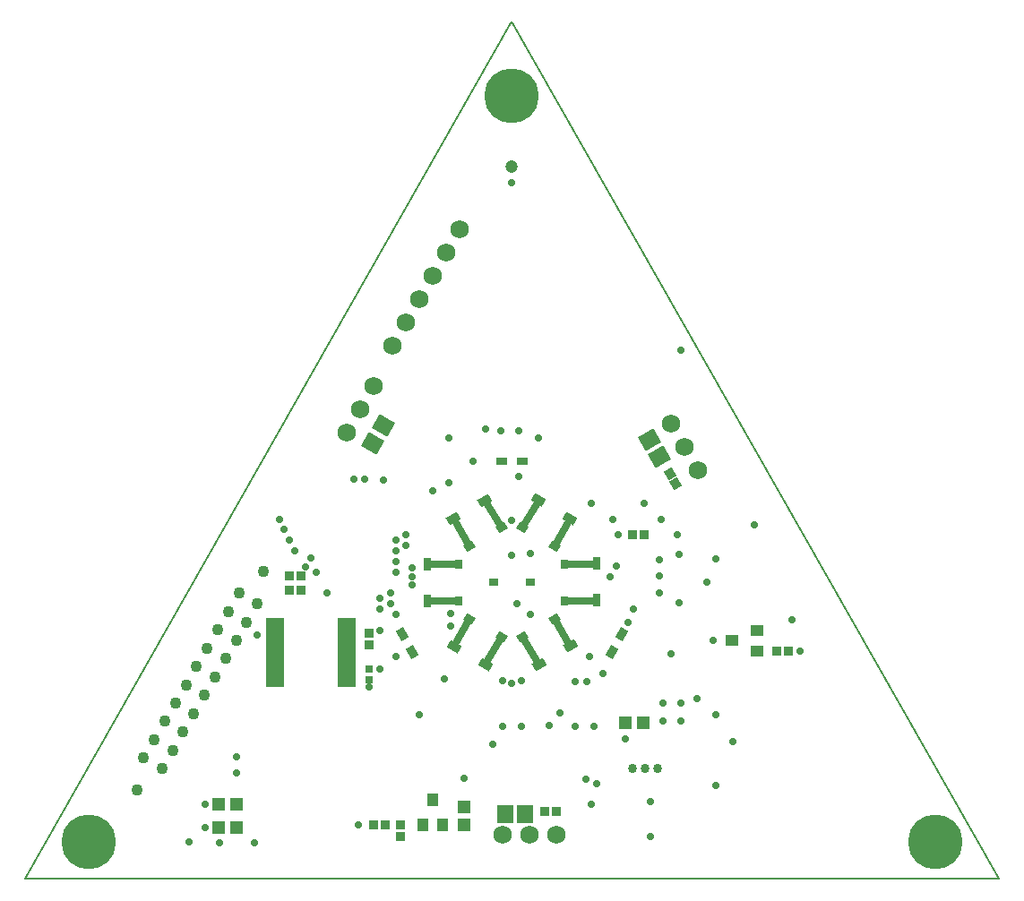
<source format=gbs>
%FSLAX25Y25*%
%MOIN*%
G70*
G01*
G75*
G04 Layer_Color=16711935*
%ADD10C,0.00700*%
%ADD11R,0.06299X0.02992*%
%ADD12R,0.07087X0.05512*%
%ADD13R,0.13386X0.07087*%
%ADD14R,0.01181X0.03347*%
%ADD15R,0.03937X0.03937*%
%ADD16R,0.02992X0.09449*%
%ADD17R,0.03937X0.04331*%
%ADD18R,0.05906X0.05118*%
%ADD19R,0.02362X0.01969*%
%ADD20O,0.07087X0.01181*%
%ADD21O,0.01181X0.07087*%
%ADD22R,0.04331X0.03937*%
G04:AMPARAMS|DCode=23|XSize=39.37mil|YSize=43.31mil|CornerRadius=0mil|HoleSize=0mil|Usage=FLASHONLY|Rotation=150.000|XOffset=0mil|YOffset=0mil|HoleType=Round|Shape=Rectangle|*
%AMROTATEDRECTD23*
4,1,4,0.02788,0.00891,0.00622,-0.02860,-0.02788,-0.00891,-0.00622,0.02860,0.02788,0.00891,0.0*
%
%ADD23ROTATEDRECTD23*%

%ADD24R,0.05118X0.05906*%
%ADD25R,0.02362X0.03543*%
%ADD26R,0.02559X0.02953*%
%ADD27R,0.02953X0.02559*%
%ADD28R,0.03937X0.03347*%
%ADD29R,0.03937X0.03347*%
%ADD30R,0.03347X0.03937*%
%ADD31R,0.03347X0.03937*%
%ADD32C,0.01000*%
%ADD33C,0.02000*%
%ADD34C,0.00600*%
%ADD35C,0.20000*%
%ADD36C,0.03937*%
%ADD37C,0.06000*%
%ADD38C,0.02598*%
%ADD39C,0.02000*%
%ADD40C,0.04000*%
%ADD41C,0.16500*%
%ADD42C,0.07201*%
%ADD43C,0.07150*%
%ADD44C,0.08000*%
G04:AMPARAMS|DCode=45|XSize=100mil|YSize=100mil|CornerRadius=0mil|HoleSize=0mil|Usage=FLASHONLY|Rotation=0.000|XOffset=0mil|YOffset=0mil|HoleType=Round|Shape=Relief|Width=10mil|Gap=10mil|Entries=4|*
%AMTHD45*
7,0,0,0.10000,0.08000,0.01000,45*
%
%ADD45THD45*%
%ADD46C,0.05299*%
%ADD47C,0.05000*%
G04:AMPARAMS|DCode=48|XSize=70mil|YSize=70mil|CornerRadius=0mil|HoleSize=0mil|Usage=FLASHONLY|Rotation=0.000|XOffset=0mil|YOffset=0mil|HoleType=Round|Shape=Relief|Width=10mil|Gap=10mil|Entries=4|*
%AMTHD48*
7,0,0,0.07000,0.05000,0.01000,45*
%
%ADD48THD48*%
G04:AMPARAMS|DCode=49|XSize=20.08mil|YSize=29.53mil|CornerRadius=0mil|HoleSize=0mil|Usage=FLASHONLY|Rotation=240.000|XOffset=0mil|YOffset=0mil|HoleType=Round|Shape=Rectangle|*
%AMROTATEDRECTD49*
4,1,4,-0.00777,0.01608,0.01781,0.00131,0.00777,-0.01608,-0.01781,-0.00131,-0.00777,0.01608,0.0*
%
%ADD49ROTATEDRECTD49*%

%ADD50R,0.06102X0.01772*%
G04:AMPARAMS|DCode=51|XSize=23.62mil|YSize=35.43mil|CornerRadius=0mil|HoleSize=0mil|Usage=FLASHONLY|Rotation=330.000|XOffset=0mil|YOffset=0mil|HoleType=Round|Shape=Rectangle|*
%AMROTATEDRECTD51*
4,1,4,-0.01909,-0.00944,-0.00137,0.02125,0.01909,0.00944,0.00137,-0.02125,-0.01909,-0.00944,0.0*
%
%ADD51ROTATEDRECTD51*%

G04:AMPARAMS|DCode=52|XSize=59.06mil|YSize=51.18mil|CornerRadius=0mil|HoleSize=0mil|Usage=FLASHONLY|Rotation=30.000|XOffset=0mil|YOffset=0mil|HoleType=Round|Shape=Rectangle|*
%AMROTATEDRECTD52*
4,1,4,-0.01278,-0.03693,-0.03837,0.00740,0.01278,0.03693,0.03837,-0.00740,-0.01278,-0.03693,0.0*
%
%ADD52ROTATEDRECTD52*%

G04:AMPARAMS|DCode=53|XSize=59.06mil|YSize=51.18mil|CornerRadius=0mil|HoleSize=0mil|Usage=FLASHONLY|Rotation=150.000|XOffset=0mil|YOffset=0mil|HoleType=Round|Shape=Rectangle|*
%AMROTATEDRECTD53*
4,1,4,0.03837,0.00740,0.01278,-0.03693,-0.03837,-0.00740,-0.01278,0.03693,0.03837,0.00740,0.0*
%
%ADD53ROTATEDRECTD53*%

%ADD54R,0.02953X0.02008*%
%ADD55R,0.03543X0.02362*%
G04:AMPARAMS|DCode=56|XSize=23.62mil|YSize=35.43mil|CornerRadius=0mil|HoleSize=0mil|Usage=FLASHONLY|Rotation=210.000|XOffset=0mil|YOffset=0mil|HoleType=Round|Shape=Rectangle|*
%AMROTATEDRECTD56*
4,1,4,0.00137,0.02125,0.01909,-0.00944,-0.00137,-0.02125,-0.01909,0.00944,0.00137,0.02125,0.0*
%
%ADD56ROTATEDRECTD56*%

%ADD57R,0.02008X0.02953*%
G04:AMPARAMS|DCode=58|XSize=20.08mil|YSize=29.53mil|CornerRadius=0mil|HoleSize=0mil|Usage=FLASHONLY|Rotation=300.000|XOffset=0mil|YOffset=0mil|HoleType=Round|Shape=Rectangle|*
%AMROTATEDRECTD58*
4,1,4,-0.01781,0.00131,0.00777,0.01608,0.01781,-0.00131,-0.00777,-0.01608,-0.01781,0.00131,0.0*
%
%ADD58ROTATEDRECTD58*%

G04:AMPARAMS|DCode=59|XSize=25.59mil|YSize=29.53mil|CornerRadius=0mil|HoleSize=0mil|Usage=FLASHONLY|Rotation=30.000|XOffset=0mil|YOffset=0mil|HoleType=Round|Shape=Rectangle|*
%AMROTATEDRECTD59*
4,1,4,-0.00370,-0.01918,-0.01846,0.00639,0.00370,0.01918,0.01846,-0.00639,-0.00370,-0.01918,0.0*
%
%ADD59ROTATEDRECTD59*%

G04:AMPARAMS|DCode=60|XSize=23.62mil|YSize=39.37mil|CornerRadius=0mil|HoleSize=0mil|Usage=FLASHONLY|Rotation=240.000|XOffset=0mil|YOffset=0mil|HoleType=Round|Shape=Rectangle|*
%AMROTATEDRECTD60*
4,1,4,-0.01114,0.02007,0.02295,0.00039,0.01114,-0.02007,-0.02295,-0.00039,-0.01114,0.02007,0.0*
%
%ADD60ROTATEDRECTD60*%

G04:AMPARAMS|DCode=61|XSize=23.62mil|YSize=39.37mil|CornerRadius=0mil|HoleSize=0mil|Usage=FLASHONLY|Rotation=300.000|XOffset=0mil|YOffset=0mil|HoleType=Round|Shape=Rectangle|*
%AMROTATEDRECTD61*
4,1,4,-0.02295,0.00039,0.01114,0.02007,0.02295,-0.00039,-0.01114,-0.02007,-0.02295,0.00039,0.0*
%
%ADD61ROTATEDRECTD61*%

%ADD62R,0.02362X0.03937*%
%ADD63R,0.02362X0.03740*%
%ADD64C,0.02362*%
%ADD65C,0.00984*%
%ADD66C,0.00787*%
%ADD67R,0.07099X0.03792*%
%ADD68R,0.07887X0.06312*%
%ADD69R,0.14186X0.07887*%
%ADD70R,0.01981X0.04147*%
%ADD71R,0.04737X0.04737*%
%ADD72R,0.03386X0.09843*%
%ADD73R,0.04737X0.05131*%
%ADD74R,0.06706X0.05918*%
%ADD75R,0.03162X0.02769*%
%ADD76O,0.07887X0.01981*%
%ADD77O,0.01981X0.07887*%
%ADD78R,0.05131X0.04737*%
G04:AMPARAMS|DCode=79|XSize=47.37mil|YSize=51.31mil|CornerRadius=0mil|HoleSize=0mil|Usage=FLASHONLY|Rotation=150.000|XOffset=0mil|YOffset=0mil|HoleType=Round|Shape=Rectangle|*
%AMROTATEDRECTD79*
4,1,4,0.03334,0.01037,0.00769,-0.03406,-0.03334,-0.01037,-0.00769,0.03406,0.03334,0.01037,0.0*
%
%ADD79ROTATEDRECTD79*%

%ADD80R,0.05918X0.06706*%
%ADD81R,0.03162X0.04343*%
%ADD82R,0.03359X0.03753*%
%ADD83R,0.03753X0.03359*%
%ADD84R,0.04737X0.04147*%
%ADD85R,0.04737X0.04147*%
%ADD86R,0.04147X0.04737*%
%ADD87R,0.04147X0.04737*%
%ADD88C,0.20300*%
%ADD89C,0.04331*%
%ADD90C,0.06800*%
%ADD91C,0.02800*%
G04:AMPARAMS|DCode=92|XSize=28.08mil|YSize=37.53mil|CornerRadius=0mil|HoleSize=0mil|Usage=FLASHONLY|Rotation=240.000|XOffset=0mil|YOffset=0mil|HoleType=Round|Shape=Rectangle|*
%AMROTATEDRECTD92*
4,1,4,-0.00923,0.02154,0.02327,0.00278,0.00923,-0.02154,-0.02327,-0.00278,-0.00923,0.02154,0.0*
%
%ADD92ROTATEDRECTD92*%

%ADD93C,0.04737*%
%ADD94R,0.06902X0.02572*%
G04:AMPARAMS|DCode=95|XSize=31.62mil|YSize=43.43mil|CornerRadius=0mil|HoleSize=0mil|Usage=FLASHONLY|Rotation=330.000|XOffset=0mil|YOffset=0mil|HoleType=Round|Shape=Rectangle|*
%AMROTATEDRECTD95*
4,1,4,-0.02455,-0.01090,-0.00283,0.02671,0.02455,0.01090,0.00283,-0.02671,-0.02455,-0.01090,0.0*
%
%ADD95ROTATEDRECTD95*%

G04:AMPARAMS|DCode=96|XSize=67.06mil|YSize=59.18mil|CornerRadius=0mil|HoleSize=0mil|Usage=FLASHONLY|Rotation=30.000|XOffset=0mil|YOffset=0mil|HoleType=Round|Shape=Rectangle|*
%AMROTATEDRECTD96*
4,1,4,-0.01424,-0.04239,-0.04383,0.00886,0.01424,0.04239,0.04383,-0.00886,-0.01424,-0.04239,0.0*
%
%ADD96ROTATEDRECTD96*%

G04:AMPARAMS|DCode=97|XSize=67.06mil|YSize=59.18mil|CornerRadius=0mil|HoleSize=0mil|Usage=FLASHONLY|Rotation=150.000|XOffset=0mil|YOffset=0mil|HoleType=Round|Shape=Rectangle|*
%AMROTATEDRECTD97*
4,1,4,0.04383,0.00886,0.01424,-0.04239,-0.04383,-0.00886,-0.01424,0.04239,0.04383,0.00886,0.0*
%
%ADD97ROTATEDRECTD97*%

%ADD98R,0.03753X0.02808*%
%ADD99R,0.04343X0.03162*%
G04:AMPARAMS|DCode=100|XSize=31.62mil|YSize=43.43mil|CornerRadius=0mil|HoleSize=0mil|Usage=FLASHONLY|Rotation=210.000|XOffset=0mil|YOffset=0mil|HoleType=Round|Shape=Rectangle|*
%AMROTATEDRECTD100*
4,1,4,0.00283,0.02671,0.02455,-0.01090,-0.00283,-0.02671,-0.02455,0.01090,0.00283,0.02671,0.0*
%
%ADD100ROTATEDRECTD100*%

%ADD101R,0.02808X0.03753*%
G04:AMPARAMS|DCode=102|XSize=28.08mil|YSize=37.53mil|CornerRadius=0mil|HoleSize=0mil|Usage=FLASHONLY|Rotation=300.000|XOffset=0mil|YOffset=0mil|HoleType=Round|Shape=Rectangle|*
%AMROTATEDRECTD102*
4,1,4,-0.02327,0.00278,0.00923,0.02154,0.02327,-0.00278,-0.00923,-0.02154,-0.02327,0.00278,0.0*
%
%ADD102ROTATEDRECTD102*%

G04:AMPARAMS|DCode=103|XSize=33.59mil|YSize=37.53mil|CornerRadius=0mil|HoleSize=0mil|Usage=FLASHONLY|Rotation=30.000|XOffset=0mil|YOffset=0mil|HoleType=Round|Shape=Rectangle|*
%AMROTATEDRECTD103*
4,1,4,-0.00516,-0.02465,-0.02393,0.00785,0.00516,0.02465,0.02393,-0.00785,-0.00516,-0.02465,0.0*
%
%ADD103ROTATEDRECTD103*%

%ADD104C,0.02800*%
G04:AMPARAMS|DCode=105|XSize=31.62mil|YSize=47.37mil|CornerRadius=0mil|HoleSize=0mil|Usage=FLASHONLY|Rotation=240.000|XOffset=0mil|YOffset=0mil|HoleType=Round|Shape=Rectangle|*
%AMROTATEDRECTD105*
4,1,4,-0.01261,0.02554,0.02842,0.00185,0.01261,-0.02554,-0.02842,-0.00185,-0.01261,0.02554,0.0*
%
%ADD105ROTATEDRECTD105*%

G04:AMPARAMS|DCode=106|XSize=31.62mil|YSize=47.37mil|CornerRadius=0mil|HoleSize=0mil|Usage=FLASHONLY|Rotation=300.000|XOffset=0mil|YOffset=0mil|HoleType=Round|Shape=Rectangle|*
%AMROTATEDRECTD106*
4,1,4,-0.02842,0.00185,0.01261,0.02554,0.02842,-0.00185,-0.01261,-0.02554,-0.02842,0.00185,0.0*
%
%ADD106ROTATEDRECTD106*%

%ADD107R,0.03162X0.04737*%
%ADD108R,0.03162X0.04540*%
%ADD109C,0.03398*%
D34*
X0Y208661D02*
X181102Y-110236D01*
X-181102D02*
X0Y208661D01*
X-181102Y-110236D02*
X181102D01*
D73*
X-17717Y-83465D02*
D03*
Y-90158D02*
D03*
D75*
X-53150Y-36220D02*
D03*
Y-32283D02*
D03*
D78*
X42252Y-52063D02*
D03*
X48945Y-52063D02*
D03*
X-109055Y-91177D02*
D03*
X-102362Y-91177D02*
D03*
X-109055Y-82677D02*
D03*
X-102362Y-82677D02*
D03*
D80*
X4878Y-86126D02*
D03*
X-2602D02*
D03*
D82*
X-53150Y-18701D02*
D03*
X-53150Y-23031D02*
D03*
X-41339Y-94488D02*
D03*
X-41339Y-90158D02*
D03*
D83*
X12205Y-85039D02*
D03*
X16535D02*
D03*
X-51575Y-90158D02*
D03*
X-47244Y-90158D02*
D03*
X49213Y17717D02*
D03*
X44882Y17717D02*
D03*
X102756Y-25394D02*
D03*
X98425Y-25394D02*
D03*
X-78543Y-2756D02*
D03*
X-82874Y-2756D02*
D03*
X-78543Y2362D02*
D03*
X-82874Y2362D02*
D03*
D84*
X91339Y-17913D02*
D03*
X81890Y-21654D02*
D03*
D85*
X91339Y-25394D02*
D03*
D86*
X-29528Y-80709D02*
D03*
X-25787Y-90158D02*
D03*
D87*
X-33268Y-90158D02*
D03*
D88*
X-157480Y-96457D02*
D03*
X0Y181102D02*
D03*
X157480Y-96457D02*
D03*
D89*
X-139356Y-77250D02*
D03*
X-92407Y4067D02*
D03*
X-121260Y-38032D02*
D03*
X-125197Y-44852D02*
D03*
X-133071Y-58490D02*
D03*
X-129134Y-51671D02*
D03*
X-137008Y-65309D02*
D03*
X-130189Y-69246D02*
D03*
X-122315Y-55608D02*
D03*
X-126252Y-62427D02*
D03*
X-118378Y-48789D02*
D03*
X-114441Y-41969D02*
D03*
X-94756Y-7874D02*
D03*
X-98693Y-14693D02*
D03*
X-106567Y-28331D02*
D03*
X-102630Y-21512D02*
D03*
X-110504Y-35150D02*
D03*
X-117323Y-31213D02*
D03*
X-109449Y-17575D02*
D03*
X-113386Y-24394D02*
D03*
X-105512Y-10756D02*
D03*
X-101575Y-3937D02*
D03*
D90*
X-44528Y88192D02*
D03*
X-39528Y96853D02*
D03*
X-34528Y105513D02*
D03*
X-29528Y114173D02*
D03*
X-24528Y122834D02*
D03*
X-19528Y131494D02*
D03*
X16500Y-94000D02*
D03*
X6500D02*
D03*
X-3500D02*
D03*
X-51417Y73226D02*
D03*
X-56417Y64566D02*
D03*
X-61417Y55905D02*
D03*
X69055Y41735D02*
D03*
X64055Y50395D02*
D03*
X59055Y59055D02*
D03*
D91*
X28740Y-27559D02*
D03*
X62205Y-7480D02*
D03*
X-22835Y-16142D02*
D03*
Y-11417D02*
D03*
X29528Y29528D02*
D03*
X49213D02*
D03*
X75984Y8661D02*
D03*
X90354Y21457D02*
D03*
X61417Y17717D02*
D03*
X72638Y197D02*
D03*
X45276Y-9843D02*
D03*
X68898Y-43307D02*
D03*
X74803Y-21654D02*
D03*
X33858Y-33858D02*
D03*
X-57087Y-90158D02*
D03*
X-43307Y-27559D02*
D03*
X-29528Y34252D02*
D03*
X43331Y-14999D02*
D03*
X104331Y-13780D02*
D03*
X-23622Y37008D02*
D03*
X62992Y86614D02*
D03*
X6890Y-11811D02*
D03*
X1969Y-7874D02*
D03*
X-14567Y45000D02*
D03*
X0Y148819D02*
D03*
X59055Y-26378D02*
D03*
X0Y23228D02*
D03*
X-58642Y38452D02*
D03*
X-54642D02*
D03*
X6890Y10827D02*
D03*
X17717Y-48425D02*
D03*
X31496Y-74803D02*
D03*
X39370Y17717D02*
D03*
X37402Y23622D02*
D03*
X75984Y-75590D02*
D03*
X82087Y-59055D02*
D03*
X107087Y-25394D02*
D03*
X51598Y-81563D02*
D03*
X51575Y-94488D02*
D03*
X29528Y-82677D02*
D03*
X13780Y-53150D02*
D03*
X-17717Y-72835D02*
D03*
X75984Y-49213D02*
D03*
X27953Y-37008D02*
D03*
X-94685Y-19488D02*
D03*
X-39370Y17717D02*
D03*
X-43307Y15748D02*
D03*
X-39370Y13780D02*
D03*
X-43307Y11811D02*
D03*
X-86614Y23622D02*
D03*
X-84646Y19685D02*
D03*
X-82677Y15748D02*
D03*
X-80709Y11811D02*
D03*
X-43307Y7874D02*
D03*
Y3937D02*
D03*
X-76772Y5906D02*
D03*
X-72835Y3937D02*
D03*
X-102362Y-64961D02*
D03*
X-108661Y-96764D02*
D03*
X-114173Y-82677D02*
D03*
Y-91339D02*
D03*
X-102362Y-70866D02*
D03*
X-45276Y-3937D02*
D03*
Y-7874D02*
D03*
X-68642Y-3937D02*
D03*
X-120079Y-96457D02*
D03*
X-74803Y9055D02*
D03*
X-43307Y-11811D02*
D03*
X-49213Y-9843D02*
D03*
X-53150Y-38976D02*
D03*
X-49213Y-32283D02*
D03*
Y-17717D02*
D03*
Y-5906D02*
D03*
X-34413Y-49311D02*
D03*
X62205Y10630D02*
D03*
X54815Y-4000D02*
D03*
Y2500D02*
D03*
Y8500D02*
D03*
X39000Y6000D02*
D03*
X36500Y2000D02*
D03*
X27374Y-73347D02*
D03*
X-7126Y-60102D02*
D03*
X2362Y56339D02*
D03*
X9843Y53839D02*
D03*
X55532Y23622D02*
D03*
X0Y10000D02*
D03*
X30500Y-53500D02*
D03*
X23622D02*
D03*
X2362Y39370D02*
D03*
X-23622Y53854D02*
D03*
X-37000Y2250D02*
D03*
Y-1000D02*
D03*
Y5500D02*
D03*
X-95720Y-96882D02*
D03*
X-47795Y38299D02*
D03*
X23622Y-37000D02*
D03*
X-25083Y-35827D02*
D03*
X3500Y-36500D02*
D03*
X-3500D02*
D03*
Y-53500D02*
D03*
X3500D02*
D03*
X0Y-37500D02*
D03*
X62992Y-51575D02*
D03*
X56299D02*
D03*
Y-44882D02*
D03*
X62992D02*
D03*
X42098Y-58063D02*
D03*
X-9843Y57087D02*
D03*
X-4106Y56339D02*
D03*
D92*
X-15724Y-13533D02*
D03*
X-3961Y-20325D02*
D03*
X3961Y20325D02*
D03*
X15724Y13533D02*
D03*
D93*
X0Y154724D02*
D03*
D94*
X-88189Y-37402D02*
D03*
X-88189Y-34843D02*
D03*
Y-32283D02*
D03*
X-88189Y-29724D02*
D03*
X-88189Y-27165D02*
D03*
Y-24606D02*
D03*
X-88189Y-22047D02*
D03*
X-88189Y-19488D02*
D03*
Y-16929D02*
D03*
Y-14370D02*
D03*
X-61417Y-37402D02*
D03*
X-61417Y-34843D02*
D03*
Y-32283D02*
D03*
Y-29724D02*
D03*
X-61417Y-27165D02*
D03*
X-61417Y-24606D02*
D03*
X-61417Y-22047D02*
D03*
Y-19488D02*
D03*
X-61417Y-16929D02*
D03*
X-61417Y-14370D02*
D03*
D95*
X37031Y-25910D02*
D03*
X40968Y-19090D02*
D03*
D96*
X54842Y46667D02*
D03*
X51102Y53145D02*
D03*
D97*
X-47925Y58439D02*
D03*
X-51665Y51961D02*
D03*
D98*
X6890Y0D02*
D03*
X-6693D02*
D03*
D99*
X3937Y45000D02*
D03*
X-3937Y45000D02*
D03*
D100*
X-40968Y-19091D02*
D03*
X-37031Y-25910D02*
D03*
D101*
X19685Y6791D02*
D03*
Y-6791D02*
D03*
X-19685Y6791D02*
D03*
Y-6791D02*
D03*
D102*
X-15724Y13533D02*
D03*
X-3961Y20325D02*
D03*
X15724Y-13533D02*
D03*
X3961Y-20325D02*
D03*
D103*
X58760Y40458D02*
D03*
X60925Y36707D02*
D03*
D104*
X3961Y-20325D02*
X9719Y-30298D01*
X15724Y13533D02*
X21482Y23506D01*
X3961Y20325D02*
X9719Y30298D01*
X-9719Y30298D02*
X-3961Y20325D01*
X-21482Y23506D02*
X-15724Y13533D01*
X19685Y6791D02*
X31201Y6791D01*
X19685Y-6791D02*
X31201Y-6791D01*
X15724Y-13533D02*
X21482Y-23506D01*
X-9719Y-30298D02*
X-3961Y-20325D01*
X-21482Y-23506D02*
X-15724Y-13533D01*
X-31201Y-6791D02*
X-19685D01*
X-31201Y6791D02*
X-19685D01*
D105*
X21459Y23861D02*
D03*
X9696Y30652D02*
D03*
X-9696Y-30652D02*
D03*
X-21459Y-23860D02*
D03*
D106*
X-10037Y30455D02*
D03*
X-21800Y23664D02*
D03*
X21800Y-23664D02*
D03*
X10037Y-30455D02*
D03*
D107*
X31496Y6988D02*
D03*
Y-6594D02*
D03*
X-31496Y-6988D02*
D03*
D108*
Y6890D02*
D03*
D109*
X44874Y-69063D02*
D03*
X49598D02*
D03*
X54323Y-69063D02*
D03*
M02*

</source>
